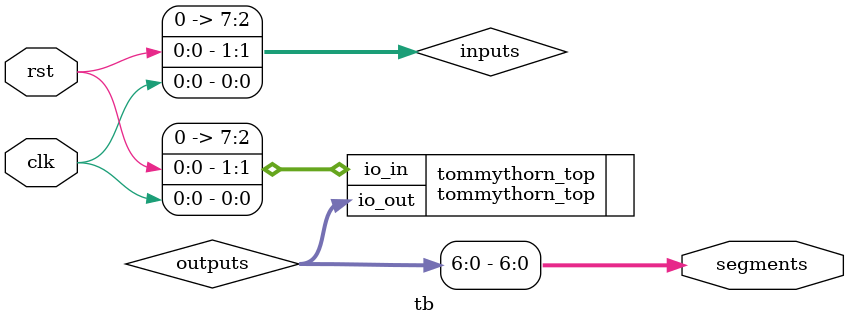
<source format=v>
`default_nettype none
`timescale 1ns/1ps

/*
this testbench just instantiates the module and makes some convenient wires
that can be driven / tested by the cocotb test.py
*/

module tb (
    // testbench is controlled by test.py
    input clk,
    input rst,
    output [6:0] segments
   );

    // this part dumps the trace to a vcd file that can be viewed with GTKWave
    initial begin
        $dumpfile ("tb.vcd");
        $dumpvars (0, tb);
        #1;
    end

    // wire up the inputs and outputs
    wire [7:0] inputs = {6'b0, rst, clk};
    wire [7:0] outputs;
    assign segments = outputs[6:0];

    // instantiate the DUT
    tommythorn_top #(.MAX_COUNT(100)) tommythorn_top(
        .io_in  (inputs),
        .io_out (outputs)
        );

endmodule

</source>
